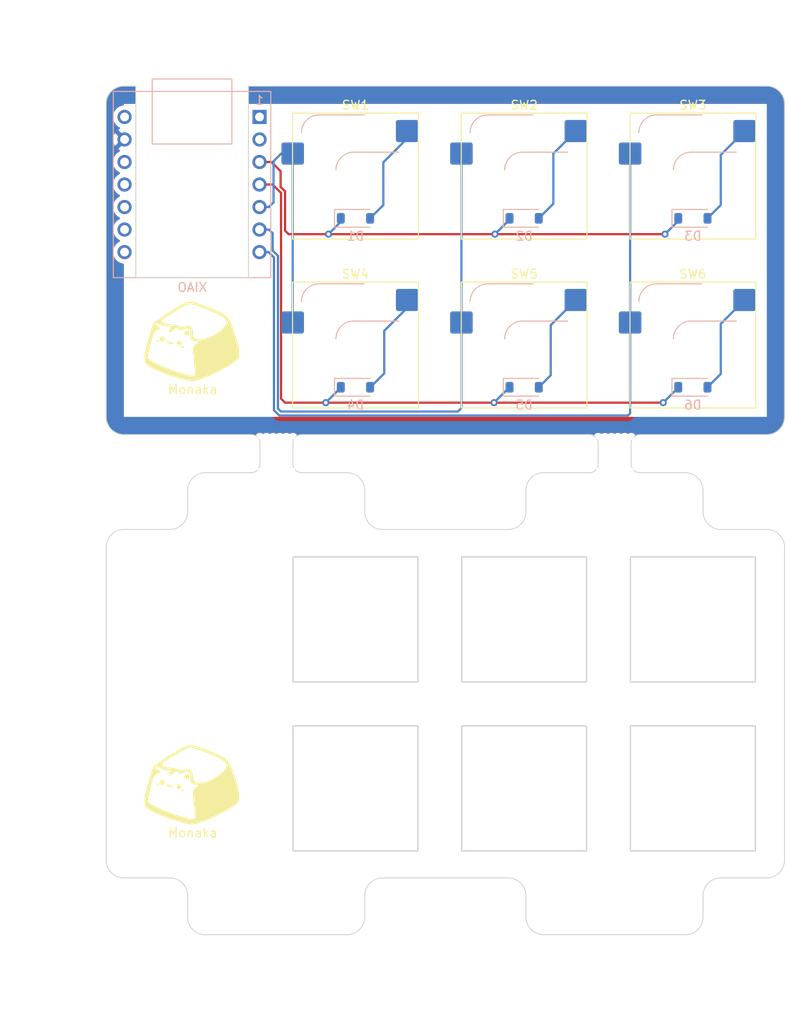
<source format=kicad_pcb>
(kicad_pcb (version 20221018) (generator pcbnew)
  (title_block (title "MonakaPad") (date "2024-01-14") (rev "v1.0") (company "@ymkn"))
  (layers (0 "F.Cu" signal) (31 "B.Cu" signal) (34 "B.Paste" user) (35 "F.Paste" user) (36 "B.SilkS" user "B.Silkscreen") (37 "F.SilkS" user "F.Silkscreen") (38 "B.Mask" user) (39 "F.Mask" user) (44 "Edge.Cuts" user))
  (net 0 "")
  (net 1 "ROW0")
  (net 2 "Net-(D1-A)")
  (net 3 "Net-(D2-A)")
  (net 4 "Net-(D3-A)")
  (net 5 "ROW1")
  (net 6 "Net-(D4-A)")
  (net 7 "Net-(D5-A)")
  (net 8 "Net-(D6-A)")
  (net 9 "COL0")
  (net 10 "COL1")
  (net 11 "COL2")
  (net 17 "GND")
  (footprint "PCM_Switch_Keyboard_Hotswap_Kailh:SW_Hotswap_Kailh_MX_1.00u" (layer "F.Cu") (at 95.25 57.15)
    (fp_text reference "SW3" (at 0 -8) (layer "F.SilkS"))
    (fp_text value "SW_Push")
    (pad "" np_thru_hole circle (at -5.08 0) (size 1.75 1.75) (drill 1.75) (layers "*.Cu" "*.Mask"))
    (pad "" np_thru_hole circle (at -3.81 -2.54) (size 3.05 3.05) (drill 3.05) (layers "*.Cu" "*.Mask"))
    (pad "" np_thru_hole circle (at 0 0) (size 4 4) (drill 4) (layers "*.Cu" "*.Mask"))
    (pad "" np_thru_hole circle (at 2.54 -5.08) (size 3.05 3.05) (drill 3.05) (layers "*.Cu" "*.Mask"))
    (pad "" np_thru_hole circle (at 5.08 0) (size 1.75 1.75) (drill 1.75) (layers "*.Cu" "*.Mask"))
    (pad "1" smd roundrect (at -7.085 -2.54) (size 2.55 2.5) (layers "B.Cu" "B.Paste" "B.Mask") (roundrect_rratio 0.1) (net 11 "COL2"))
    (pad "2" smd roundrect (at 5.842 -5.08) (size 2.55 2.5) (layers "B.Cu" "B.Paste" "B.Mask") (roundrect_rratio 0.1) (net 4 "Net-(D3-A)"))
  )
  (footprint "kbd_Hole:Mouse_Bite_Hole" (layer "F.Cu") (at 48.2 86.6)
    (fp_text reference "Ref**" hide)
    (fp_text value "Val**" hide)
    (pad "" np_thru_hole circle (at -1.85 0) (size 0.5 0.5) (drill 0.5) (layers "F&B.Cu" "*.Mask"))
    (pad "" np_thru_hole circle (at -1.1 0) (size 0.5 0.5) (drill 0.5) (layers "F&B.Cu" "*.Mask"))
    (pad "" np_thru_hole circle (at -0.35 0) (size 0.5 0.5) (drill 0.5) (layers "F&B.Cu" "*.Mask"))
    (pad "" np_thru_hole circle (at 0.4 0) (size 0.5 0.5) (drill 0.5) (layers "F&B.Cu" "*.Mask"))
    (pad "" np_thru_hole circle (at 1.15 0) (size 0.5 0.5) (drill 0.5) (layers "F&B.Cu" "*.Mask"))
    (pad "" np_thru_hole circle (at 1.9 0) (size 0.5 0.5) (drill 0.5) (layers "F&B.Cu" "*.Mask"))
  )
  (footprint "PCM_Switch_Keyboard_Hotswap_Kailh:SW_Hotswap_Kailh_MX_1.00u" (layer "F.Cu") (at 76.2 76.2)
    (fp_text reference "SW5" (at 0 -8) (layer "F.SilkS"))
    (fp_text value "SW_Push")
    (pad "" np_thru_hole circle (at -5.08 0) (size 1.75 1.75) (drill 1.75) (layers "*.Cu" "*.Mask"))
    (pad "" np_thru_hole circle (at -3.81 -2.54) (size 3.05 3.05) (drill 3.05) (layers "*.Cu" "*.Mask"))
    (pad "" np_thru_hole circle (at 0 0) (size 4 4) (drill 4) (layers "*.Cu" "*.Mask"))
    (pad "" np_thru_hole circle (at 2.54 -5.08) (size 3.05 3.05) (drill 3.05) (layers "*.Cu" "*.Mask"))
    (pad "" np_thru_hole circle (at 5.08 0) (size 1.75 1.75) (drill 1.75) (layers "*.Cu" "*.Mask"))
    (pad "1" smd roundrect (at -7.085 -2.54) (size 2.55 2.5) (layers "B.Cu" "B.Paste" "B.Mask") (roundrect_rratio 0.1) (net 10 "COL1"))
    (pad "2" smd roundrect (at 5.842 -5.08) (size 2.55 2.5) (layers "B.Cu" "B.Paste" "B.Mask") (roundrect_rratio 0.1) (net 7 "Net-(D5-A)"))
  )
  (footprint "kbd_SW_Hole:SW_Hole_1u_JLC" (layer "F.Cu") (at 57.15 126.2)
    (fp_text reference "SW4-Hole" hide)
    (fp_text value "SW_Push" hide)
    (fp_line (start -7.05 -7.05) (end 7.05 -7.05) (stroke (width 0.15)) (layer "Edge.Cuts"))
    (fp_line (start -7.05 7.05) (end -7.05 -7.05) (stroke (width 0.15)) (layer "Edge.Cuts"))
    (fp_line (start 7.05 -7.05) (end 7.05 7.05) (stroke (width 0.15)) (layer "Edge.Cuts"))
    (fp_line (start 7.05 7.05) (end -7.05 7.05) (stroke (width 0.15)) (layer "Edge.Cuts"))
  )
  (footprint "kbd_SW_Hole:SW_Hole_1u_JLC" (layer "F.Cu") (at 95.25 107.15)
    (fp_text reference "SW3-Hole" hide)
    (fp_text value "SW_Push" hide)
    (fp_line (start -7.05 -7.05) (end 7.05 -7.05) (stroke (width 0.15)) (layer "Edge.Cuts"))
    (fp_line (start -7.05 7.05) (end -7.05 -7.05) (stroke (width 0.15)) (layer "Edge.Cuts"))
    (fp_line (start 7.05 -7.05) (end 7.05 7.05) (stroke (width 0.15)) (layer "Edge.Cuts"))
    (fp_line (start 7.05 7.05) (end -7.05 7.05) (stroke (width 0.15)) (layer "Edge.Cuts"))
  )
  (footprint "kbd_SW_Hole:SW_Hole_1u_JLC" (layer "F.Cu") (at 95.25 126.2)
    (fp_text reference "SW6-Hole" hide)
    (fp_text value "SW_Push" hide)
    (fp_line (start -7.05 -7.05) (end 7.05 -7.05) (stroke (width 0.15)) (layer "Edge.Cuts"))
    (fp_line (start -7.05 7.05) (end -7.05 -7.05) (stroke (width 0.15)) (layer "Edge.Cuts"))
    (fp_line (start 7.05 -7.05) (end 7.05 7.05) (stroke (width 0.15)) (layer "Edge.Cuts"))
    (fp_line (start 7.05 7.05) (end -7.05 7.05) (stroke (width 0.15)) (layer "Edge.Cuts"))
  )
  (footprint "PCM_Switch_Keyboard_Hotswap_Kailh:SW_Hotswap_Kailh_MX_1.00u" (layer "F.Cu") (at 57.15 57.15)
    (fp_text reference "SW1" (at 0 -8) (layer "F.SilkS"))
    (fp_text value "SW_Push")
    (pad "" np_thru_hole circle (at -5.08 0) (size 1.75 1.75) (drill 1.75) (layers "*.Cu" "*.Mask"))
    (pad "" np_thru_hole circle (at -3.81 -2.54) (size 3.05 3.05) (drill 3.05) (layers "*.Cu" "*.Mask"))
    (pad "" np_thru_hole circle (at 0 0) (size 4 4) (drill 4) (layers "*.Cu" "*.Mask"))
    (pad "" np_thru_hole circle (at 2.54 -5.08) (size 3.05 3.05) (drill 3.05) (layers "*.Cu" "*.Mask"))
    (pad "" np_thru_hole circle (at 5.08 0) (size 1.75 1.75) (drill 1.75) (layers "*.Cu" "*.Mask"))
    (pad "1" smd roundrect (at -7.085 -2.54) (size 2.55 2.5) (layers "B.Cu" "B.Paste" "B.Mask") (roundrect_rratio 0.1) (net 9 "COL0"))
    (pad "2" smd roundrect (at 5.842 -5.08) (size 2.55 2.5) (layers "B.Cu" "B.Paste" "B.Mask") (roundrect_rratio 0.1) (net 2 "Net-(D1-A)"))
  )
  (footprint "kbd_SW_Hole:SW_Hole_1u_JLC" (layer "F.Cu") (at 76.2 126.2)
    (fp_text reference "SW5-Hole" hide)
    (fp_text value "SW_Push" hide)
    (fp_line (start -7.05 -7.05) (end 7.05 -7.05) (stroke (width 0.15)) (layer "Edge.Cuts"))
    (fp_line (start -7.05 7.05) (end -7.05 -7.05) (stroke (width 0.15)) (layer "Edge.Cuts"))
    (fp_line (start 7.05 -7.05) (end 7.05 7.05) (stroke (width 0.15)) (layer "Edge.Cuts"))
    (fp_line (start 7.05 7.05) (end -7.05 7.05) (stroke (width 0.15)) (layer "Edge.Cuts"))
  )
  (footprint "PCM_Switch_Keyboard_Hotswap_Kailh:SW_Hotswap_Kailh_MX_1.00u" (layer "F.Cu") (at 57.15 76.2)
    (fp_text reference "SW4" (at 0 -8) (layer "F.SilkS"))
    (fp_text value "SW_Push")
    (pad "" np_thru_hole circle (at -5.08 0) (size 1.75 1.75) (drill 1.75) (layers "*.Cu" "*.Mask"))
    (pad "" np_thru_hole circle (at -3.81 -2.54) (size 3.05 3.05) (drill 3.05) (layers "*.Cu" "*.Mask"))
    (pad "" np_thru_hole circle (at 0 0) (size 4 4) (drill 4) (layers "*.Cu" "*.Mask"))
    (pad "" np_thru_hole circle (at 2.54 -5.08) (size 3.05 3.05) (drill 3.05) (layers "*.Cu" "*.Mask"))
    (pad "" np_thru_hole circle (at 5.08 0) (size 1.75 1.75) (drill 1.75) (layers "*.Cu" "*.Mask"))
    (pad "1" smd roundrect (at -7.085 -2.54) (size 2.55 2.5) (layers "B.Cu" "B.Paste" "B.Mask") (roundrect_rratio 0.1) (net 9 "COL0"))
    (pad "2" smd roundrect (at 5.842 -5.08) (size 2.55 2.5) (layers "B.Cu" "B.Paste" "B.Mask") (roundrect_rratio 0.1) (net 6 "Net-(D4-A)"))
  )
  (footprint "logo:ymkn_icononly" (layer "F.Cu") (at 38.5 75.7)
    (fp_text reference "G***" hide)
    (fp_text value "LOGO" hide)
  )
  (footprint "MountingHole:MountingHole_3mm" (layer "F.Cu") (at 86.4 139.2)
    (fp_text reference "REF**" hide)
    (fp_text value "MountingHole_3mm")
    (pad "" np_thru_hole circle (at 0 0) (size 3 3) (drill 3) (layers "F&B.Cu" "*.Mask"))
  )
  (footprint "MountingHole:MountingHole_3mm" (layer "F.Cu") (at 48.2 139.2)
    (fp_text reference "REF**" hide)
    (fp_text value "MountingHole_3mm")
    (pad "" np_thru_hole circle (at 0 0) (size 3 3) (drill 3) (layers "F&B.Cu" "*.Mask"))
  )
  (footprint "kbd_Hole:Mouse_Bite_Hole" (layer "F.Cu") (at 86.4 90.3)
    (fp_text reference "Ref**" hide)
    (fp_text value "Val**" hide)
    (pad "" np_thru_hole circle (at -1.85 0) (size 0.5 0.5) (drill 0.5) (layers "F&B.Cu" "*.Mask"))
    (pad "" np_thru_hole circle (at -1.1 0) (size 0.5 0.5) (drill 0.5) (layers "F&B.Cu" "*.Mask"))
    (pad "" np_thru_hole circle (at -0.35 0) (size 0.5 0.5) (drill 0.5) (layers "F&B.Cu" "*.Mask"))
    (pad "" np_thru_hole circle (at 0.4 0) (size 0.5 0.5) (drill 0.5) (layers "F&B.Cu" "*.Mask"))
    (pad "" np_thru_hole circle (at 1.15 0) (size 0.5 0.5) (drill 0.5) (layers "F&B.Cu" "*.Mask"))
    (pad "" np_thru_hole circle (at 1.9 0) (size 0.5 0.5) (drill 0.5) (layers "F&B.Cu" "*.Mask"))
  )
  (footprint "kbd_Hole:Mouse_Bite_Hole" (layer "F.Cu") (at 86.4 86.6)
    (fp_text reference "Ref**" hide)
    (fp_text value "Val**" hide)
    (pad "" np_thru_hole circle (at -1.85 0) (size 0.5 0.5) (drill 0.5) (layers "F&B.Cu" "*.Mask"))
    (pad "" np_thru_hole circle (at -1.1 0) (size 0.5 0.5) (drill 0.5) (layers "F&B.Cu" "*.Mask"))
    (pad "" np_thru_hole circle (at -0.35 0) (size 0.5 0.5) (drill 0.5) (layers "F&B.Cu" "*.Mask"))
    (pad "" np_thru_hole circle (at 0.4 0) (size 0.5 0.5) (drill 0.5) (layers "F&B.Cu" "*.Mask"))
    (pad "" np_thru_hole circle (at 1.15 0) (size 0.5 0.5) (drill 0.5) (layers "F&B.Cu" "*.Mask"))
    (pad "" np_thru_hole circle (at 1.9 0) (size 0.5 0.5) (drill 0.5) (layers "F&B.Cu" "*.Mask"))
  )
  (footprint "MountingHole:MountingHole_3mm" (layer "F.Cu") (at 86.4 94.1)
    (fp_text reference "REF**" hide)
    (fp_text value "MountingHole_3mm")
    (pad "" np_thru_hole circle (at 0 0) (size 3 3) (drill 3) (layers "F&B.Cu" "*.Mask"))
  )
  (footprint "kbd_SW_Hole:SW_Hole_1u_JLC" (layer "F.Cu") (at 76.2 107.15)
    (fp_text reference "SW2-Hole" hide)
    (fp_text value "SW_Push" hide)
    (fp_line (start -7.05 -7.05) (end 7.05 -7.05) (stroke (width 0.15)) (layer "Edge.Cuts"))
    (fp_line (start -7.05 7.05) (end -7.05 -7.05) (stroke (width 0.15)) (layer "Edge.Cuts"))
    (fp_line (start 7.05 -7.05) (end 7.05 7.05) (stroke (width 0.15)) (layer "Edge.Cuts"))
    (fp_line (start 7.05 7.05) (end -7.05 7.05) (stroke (width 0.15)) (layer "Edge.Cuts"))
  )
  (footprint "PCM_Switch_Keyboard_Hotswap_Kailh:SW_Hotswap_Kailh_MX_1.00u" (layer "F.Cu") (at 76.2 57.15)
    (fp_text reference "SW2" (at 0 -8) (layer "F.SilkS"))
    (fp_text value "SW_Push")
    (pad "" np_thru_hole circle (at -5.08 0) (size 1.75 1.75) (drill 1.75) (layers "*.Cu" "*.Mask"))
    (pad "" np_thru_hole circle (at -3.81 -2.54) (size 3.05 3.05) (drill 3.05) (layers "*.Cu" "*.Mask"))
    (pad "" np_thru_hole circle (at 0 0) (size 4 4) (drill 4) (layers "*.Cu" "*.Mask"))
    (pad "" np_thru_hole circle (at 2.54 -5.08) (size 3.05 3.05) (drill 3.05) (layers "*.Cu" "*.Mask"))
    (pad "" np_thru_hole circle (at 5.08 0) (size 1.75 1.75) (drill 1.75) (layers "*.Cu" "*.Mask"))
    (pad "1" smd roundrect (at -7.085 -2.54) (size 2.55 2.5) (layers "B.Cu" "B.Paste" "B.Mask") (roundrect_rratio 0.1) (net 10 "COL1"))
    (pad "2" smd roundrect (at 5.842 -5.08) (size 2.55 2.5) (layers "B.Cu" "B.Paste" "B.Mask") (roundrect_rratio 0.1) (net 3 "Net-(D2-A)"))
  )
  (footprint "MountingHole:MountingHole_3mm" (layer "F.Cu") (at 48.2 94.1)
    (fp_text reference "REF**" hide)
    (fp_text value "MountingHole_3mm")
    (pad "" np_thru_hole circle (at 0 0) (size 3 3) (drill 3) (layers "*.Cu" "*.Mask"))
  )
  (footprint "logo:ymkn_icononly" (layer "F.Cu") (at 38.5 125.7)
    (fp_text reference "G***" hide)
    (fp_text value "LOGO" hide)
  )
  (footprint "PCM_Switch_Keyboard_Hotswap_Kailh:SW_Hotswap_Kailh_MX_1.00u" (layer "F.Cu") (at 95.25 76.2)
    (fp_text reference "SW6" (at 0 -8) (layer "F.SilkS"))
    (fp_text value "SW_Push")
    (pad "" np_thru_hole circle (at -5.08 0) (size 1.75 1.75) (drill 1.75) (layers "*.Cu" "*.Mask"))
    (pad "" np_thru_hole circle (at -3.81 -2.54) (size 3.05 3.05) (drill 3.05) (layers "*.Cu" "*.Mask"))
    (pad "" np_thru_hole circle (at 0 0) (size 4 4) (drill 4) (layers "*.Cu" "*.Mask"))
    (pad "" np_thru_hole circle (at 2.54 -5.08) (size 3.05 3.05) (drill 3.05) (layers "*.Cu" "*.Mask"))
    (pad "" np_thru_hole circle (at 5.08 0) (size 1.75 1.75) (drill 1.75) (layers "*.Cu" "*.Mask"))
    (pad "1" smd roundrect (at -7.085 -2.54) (size 2.55 2.5) (layers "B.Cu" "B.Paste" "B.Mask") (roundrect_rratio 0.1) (net 11 "COL2"))
    (pad "2" smd roundrect (at 5.842 -5.08) (size 2.55 2.5) (layers "B.Cu" "B.Paste" "B.Mask") (roundrect_rratio 0.1) (net 8 "Net-(D6-A)"))
  )
  (footprint "kbd_SW_Hole:SW_Hole_1u_JLC" (layer "F.Cu") (at 57.15 107.15)
    (fp_text reference "SW1-Hole" hide)
    (fp_text value "SW_Push" hide)
    (fp_line (start -7.05 -7.05) (end 7.05 -7.05) (stroke (width 0.15)) (layer "Edge.Cuts"))
    (fp_line (start -7.05 7.05) (end -7.05 -7.05) (stroke (width 0.15)) (layer "Edge.Cuts"))
    (fp_line (start 7.05 -7.05) (end 7.05 7.05) (stroke (width 0.15)) (layer "Edge.Cuts"))
    (fp_line (start 7.05 7.05) (end -7.05 7.05) (stroke (width 0.15)) (layer "Edge.Cuts"))
  )
  (footprint "kbd_Hole:Mouse_Bite_Hole" (layer "F.Cu") (at 48.2 90.3)
    (fp_text reference "Ref**" hide)
    (fp_text value "Val**" hide)
    (pad "" np_thru_hole circle (at -1.85 0) (size 0.5 0.5) (drill 0.5) (layers "*.Cu" "*.Mask"))
    (pad "" np_thru_hole circle (at -1.1 0) (size 0.5 0.5) (drill 0.5) (layers "*.Cu" "*.Mask"))
    (pad "" np_thru_hole circle (at -0.35 0) (size 0.5 0.5) (drill 0.5) (layers "*.Cu" "*.Mask"))
    (pad "" np_thru_hole circle (at 0.4 0) (size 0.5 0.5) (drill 0.5) (layers "*.Cu" "*.Mask"))
    (pad "" np_thru_hole circle (at 1.15 0) (size 0.5 0.5) (drill 0.5) (layers "*.Cu" "*.Mask"))
    (pad "" np_thru_hole circle (at 1.9 0) (size 0.5 0.5) (drill 0.5) (layers "*.Cu" "*.Mask"))
  )
  (footprint "Diode_SMD:D_SOD-123" (layer "B.Cu") (at 57.15 80.9625)
    (fp_text reference "D4" (at 0 2) (layer "B.SilkS") (effects (justify mirror)))
    (fp_text value "1N4148W")
    (pad "1" smd roundrect (at -1.65 0) (size 0.9 1.2) (layers "B.Cu" "B.Paste" "B.Mask") (net 5 "ROW1"))
    (pad "2" smd roundrect (at 1.65 0) (size 0.9 1.2) (layers "B.Cu" "B.Paste" "B.Mask") (net 6 "Net-(D4-A)"))
  )
  (footprint "XIAO_PCB:MOUDLE14P-2.54-21X17.8MM" (layer "B.Cu") (at 38.7 58.1 90)
    (fp_text reference "XIAO" (at -11.59 0.03 unlocked) (layer "B.SilkS") (effects (justify mirror)))
    (fp_text value "MOUDLE-SEEEDUINO-XIAO")
    (pad "1" thru_hole rect (at 7.62 7.62 90) (size 1.6 1.6) (drill 1) (layers "*.Cu" "*.Mask"))
    (pad "2" thru_hole circle (at 5.08 7.62 90) (size 1.6 1.6) (drill 1) (layers "*.Cu" "*.Mask"))
    (pad "3" thru_hole circle (at 2.54 7.62 90) (size 1.6 1.6) (drill 1) (layers "*.Cu" "*.Mask") (net 1 "ROW0"))
    (pad "4" thru_hole circle (at 0 7.62 90) (size 1.6 1.6) (drill 1) (layers "*.Cu" "*.Mask") (net 5 "ROW1"))
    (pad "5" thru_hole circle (at -2.54 7.62 90) (size 1.6 1.6) (drill 1) (layers "*.Cu" "*.Mask") (net 9 "COL0"))
    (pad "6" thru_hole circle (at -5.08 7.62 90) (size 1.6 1.6) (drill 1) (layers "*.Cu" "*.Mask") (net 10 "COL1"))
    (pad "7" thru_hole circle (at -7.62 7.62 90) (size 1.6 1.6) (drill 1) (layers "*.Cu" "*.Mask") (net 11 "COL2"))
    (pad "8" thru_hole circle (at -7.62 -7.62 90) (size 1.6 1.6) (drill 1) (layers "*.Cu" "*.Mask"))
    (pad "9" thru_hole circle (at -5.08 -7.62 90) (size 1.6 1.6) (drill 1) (layers "*.Cu" "*.Mask"))
    (pad "10" thru_hole circle (at -2.54 -7.62 90) (size 1.6 1.6) (drill 1) (layers "*.Cu" "*.Mask"))
    (pad "11" thru_hole circle (at 0 -7.62 90) (size 1.6 1.6) (drill 1) (layers "*.Cu" "*.Mask"))
    (pad "12" thru_hole circle (at 2.54 -7.62 90) (size 1.6 1.6) (drill 1) (layers "*.Cu" "*.Mask"))
    (pad "13" thru_hole circle (at 5.08 -7.62 90) (size 1.6 1.6) (drill 1) (layers "*.Cu" "*.Mask") (net 17 "GND"))
    (pad "14" thru_hole circle (at 7.62 -7.62 90) (size 1.6 1.6) (drill 1) (layers "*.Cu" "*.Mask"))
  )
  (footprint "Diode_SMD:D_SOD-123" (layer "B.Cu") (at 95.25 61.9125)
    (fp_text reference "D3" (at 0 2) (layer "B.SilkS") (effects (justify mirror)))
    (fp_text value "1N4148W")
    (pad "1" smd roundrect (at -1.65 0) (size 0.9 1.2) (layers "B.Cu" "B.Paste" "B.Mask") (net 1 "ROW0"))
    (pad "2" smd roundrect (at 1.65 0) (size 0.9 1.2) (layers "B.Cu" "B.Paste" "B.Mask") (net 4 "Net-(D3-A)"))
  )
  (footprint "Diode_SMD:D_SOD-123" (layer "B.Cu") (at 76.2 61.9125)
    (fp_text reference "D2" (at 0 2) (layer "B.SilkS") (effects (justify mirror)))
    (fp_text value "1N4148W")
    (pad "1" smd roundrect (at -1.65 0) (size 0.9 1.2) (layers "B.Cu" "B.Paste" "B.Mask") (net 1 "ROW0"))
    (pad "2" smd roundrect (at 1.65 0) (size 0.9 1.2) (layers "B.Cu" "B.Paste" "B.Mask") (net 3 "Net-(D2-A)"))
  )
  (footprint "Diode_SMD:D_SOD-123" (layer "B.Cu") (at 95.25 80.9625)
    (fp_text reference "D6" (at 0 2) (layer "B.SilkS") (effects (justify mirror)))
    (fp_text value "1N4148W")
    (pad "1" smd roundrect (at -1.65 0) (size 0.9 1.2) (layers "B.Cu" "B.Paste" "B.Mask") (net 5 "ROW1"))
    (pad "2" smd roundrect (at 1.65 0) (size 0.9 1.2) (layers "B.Cu" "B.Paste" "B.Mask") (net 8 "Net-(D6-A)"))
  )
  (footprint "Diode_SMD:D_SOD-123" (layer "B.Cu") (at 57.15 61.9125)
    (fp_text reference "D1" (at 0 2) (layer "B.SilkS") (effects (justify mirror)))
    (fp_text value "1N4148W")
    (pad "1" smd roundrect (at -1.65 0) (size 0.9 1.2) (layers "B.Cu" "B.Paste" "B.Mask") (net 1 "ROW0"))
    (pad "2" smd roundrect (at 1.65 0) (size 0.9 1.2) (layers "B.Cu" "B.Paste" "B.Mask") (net 2 "Net-(D1-A)"))
  )
  (footprint "Diode_SMD:D_SOD-123" (layer "B.Cu") (at 76.2 80.9625)
    (fp_text reference "D5" (at 0 2) (layer "B.SilkS") (effects (justify mirror)))
    (fp_text value "1N4148W")
    (pad "1" smd roundrect (at -1.65 0) (size 0.9 1.2) (layers "B.Cu" "B.Paste" "B.Mask") (net 5 "ROW1"))
    (pad "2" smd roundrect (at 1.65 0) (size 0.9 1.2) (layers "B.Cu" "B.Paste" "B.Mask") (net 7 "Net-(D5-A)"))
  )
  (gr_arc (start 96.4 140.7) (mid 95.814214 142.114214) (end 94.4 142.7) (stroke (width 0.1)) (layer "Edge.Cuts"))
  (gr_line (start 51.09 90.6) (end 56.2 90.6) (stroke (width 0.1)) (layer "Edge.Cuts"))
  (gr_line (start 29 134.3) (end 29 99) (stroke (width 0.1)) (layer "Edge.Cuts"))
  (gr_arc (start 46.37 89.6) (mid 46.077107 90.307106) (end 45.37 90.6) (stroke (width 0.1)) (layer "Edge.Cuts"))
  (gr_arc (start 50.09 87.3) (mid 50.382893 86.592893) (end 51.09 86.3) (stroke (width 0.1)) (layer "Edge.Cuts"))
  (gr_line (start 105.6 99) (end 105.6 134.3) (stroke (width 0.1)) (layer "Edge.Cuts"))
  (gr_line (start 76.4 92.6) (end 76.4 95) (stroke (width 0.1)) (layer "Edge.Cuts"))
  (gr_line (start 38.2 92.6) (end 38.2 95) (stroke (width 0.1)) (layer "Edge.Cuts"))
  (gr_line (start 83.56 90.6) (end 78.4 90.6) (stroke (width 0.1)) (layer "Edge.Cuts"))
  (gr_line (start 76.4 140.7) (end 76.4 138.3) (stroke (width 0.1)) (layer "Edge.Cuts"))
  (gr_arc (start 56.2 90.6) (mid 57.614214 91.185786) (end 58.2 92.6) (stroke (width 0.1)) (layer "Edge.Cuts"))
  (gr_line (start 58.2 140.7) (end 58.2 138.3) (stroke (width 0.1)) (layer "Edge.Cuts"))
  (gr_arc (start 31 86.3) (mid 29.585786 85.714214) (end 29 84.3) (stroke (width 0.1)) (layer "Edge.Cuts"))
  (gr_arc (start 103.6 97) (mid 105.014214 97.585786) (end 105.6 99) (stroke (width 0.1)) (layer "Edge.Cuts"))
  (gr_line (start 103.6 136.3) (end 98.4 136.3) (stroke (width 0.1)) (layer "Edge.Cuts"))
  (gr_line (start 88.28 89.6) (end 88.28 87.3) (stroke (width 0.1)) (layer "Edge.Cuts"))
  (gr_line (start 40.2 90.6) (end 45.37 90.6) (stroke (width 0.1)) (layer "Edge.Cuts"))
  (gr_arc (start 105.6 84.3) (mid 105.014214 85.714214) (end 103.6 86.3) (stroke (width 0.1)) (layer "Edge.Cuts"))
  (gr_arc (start 105.6 134.3) (mid 105.014214 135.714214) (end 103.6 136.3) (stroke (width 0.1)) (layer "Edge.Cuts"))
  (gr_line (start 84.56 89.6) (end 84.56 87.3) (stroke (width 0.1)) (layer "Edge.Cuts"))
  (gr_line (start 31 47) (end 32.35 47) (stroke (width 0.1)) (layer "Edge.Cuts"))
  (gr_arc (start 36.2 136.3) (mid 37.614214 136.885786) (end 38.2 138.3) (stroke (width 0.1)) (layer "Edge.Cuts"))
  (gr_arc (start 29 99) (mid 29.585786 97.585786) (end 31 97) (stroke (width 0.1)) (layer "Edge.Cuts"))
  (gr_arc (start 40.2 142.7) (mid 38.785786 142.114214) (end 38.2 140.7) (stroke (width 0.1)) (layer "Edge.Cuts"))
  (gr_arc (start 103.6 47) (mid 105.014214 47.585786) (end 105.6 49) (stroke (width 0.1)) (layer "Edge.Cuts"))
  (gr_arc (start 38.2 92.6) (mid 38.785786 91.185786) (end 40.2 90.6) (stroke (width 0.1)) (layer "Edge.Cuts"))
  (gr_arc (start 38.2 95) (mid 37.614214 96.414214) (end 36.2 97) (stroke (width 0.1)) (layer "Edge.Cuts"))
  (gr_line (start 60.2 136.3) (end 74.4 136.3) (stroke (width 0.1)) (layer "Edge.Cuts"))
  (gr_line (start 31 136.3) (end 36.2 136.3) (stroke (width 0.1)) (layer "Edge.Cuts"))
  (gr_line (start 74.4 97) (end 60.2 97) (stroke (width 0.1)) (layer "Edge.Cuts"))
  (gr_line (start 45.07 68.59) (end 32.35 68.59) (stroke (width 0.1)) (layer "Edge.Cuts"))
  (gr_line (start 58.2 92.6) (end 58.2 95) (stroke (width 0.1)) (layer "Edge.Cuts"))
  (gr_arc (start 88.28 87.3) (mid 88.572893 86.592893) (end 89.28 86.3) (stroke (width 0.1)) (layer "Edge.Cuts"))
  (gr_arc (start 98.4 97) (mid 96.985786 96.414214) (end 96.4 95) (stroke (width 0.1)) (layer "Edge.Cuts"))
  (gr_arc (start 84.56 89.6) (mid 84.267107 90.307106) (end 83.56 90.6) (stroke (width 0.1)) (layer "Edge.Cuts"))
  (gr_arc (start 74.4 136.3) (mid 75.814214 136.885786) (end 76.4 138.3) (stroke (width 0.1)) (layer "Edge.Cuts"))
  (gr_line (start 94.4 142.7) (end 78.4 142.7) (stroke (width 0.1)) (layer "Edge.Cuts"))
  (gr_line (start 45.07 47) (end 45.07 68.59) (stroke (width 0.1)) (layer "Edge.Cuts"))
  (gr_line (start 40.2 142.7) (end 56.2 142.7) (stroke (width 0.1)) (layer "Edge.Cuts"))
  (gr_line (start 36.2 97) (end 31 97) (stroke (width 0.1)) (layer "Edge.Cuts"))
  (gr_arc (start 51.09 90.6) (mid 50.382894 90.307107) (end 50.09 89.6) (stroke (width 0.1)) (layer "Edge.Cuts"))
  (gr_line (start 45.07 47) (end 103.6 47) (stroke (width 0.1)) (layer "Edge.Cuts"))
  (gr_line (start 96.4 138.3) (end 96.4 140.7) (stroke (width 0.1)) (layer "Edge.Cuts"))
  (gr_line (start 32.35 47) (end 32.35 68.59) (stroke (width 0.1)) (layer "Edge.Cuts"))
  (gr_line (start 38.2 138.3) (end 38.2 140.7) (stroke (width 0.1)) (layer "Edge.Cuts"))
  (gr_line (start 105.6 49) (end 105.6 84.3) (stroke (width 0.1)) (layer "Edge.Cuts"))
  (gr_arc (start 83.56 86.3) (mid 84.267107 86.592893) (end 84.56 87.3) (stroke (width 0.1)) (layer "Edge.Cuts"))
  (gr_arc (start 45.37 86.3) (mid 46.077107 86.592893) (end 46.37 87.3) (stroke (width 0.1)) (layer "Edge.Cuts"))
  (gr_arc (start 58.2 140.7) (mid 57.614214 142.114214) (end 56.2 142.7) (stroke (width 0.1)) (layer "Edge.Cuts"))
  (gr_line (start 46.37 89.6) (end 46.37 87.3) (stroke (width 0.1)) (layer "Edge.Cuts"))
  (gr_arc (start 89.28 90.6) (mid 88.572894 90.307107) (end 88.28 89.6) (stroke (width 0.1)) (layer "Edge.Cuts"))
  (gr_line (start 94.4 90.6) (end 89.28 90.6) (stroke (width 0.1)) (layer "Edge.Cuts"))
  (gr_arc (start 58.2 138.3) (mid 58.785786 136.885786) (end 60.2 136.3) (stroke (width 0.1)) (layer "Edge.Cuts"))
  (gr_line (start 29 84.3) (end 29 49) (stroke (width 0.1)) (layer "Edge.Cuts"))
  (gr_arc (start 96.4 138.3) (mid 96.985786 136.885786) (end 98.4 136.3) (stroke (width 0.1)) (layer "Edge.Cuts"))
  (gr_line (start 96.4 95) (end 96.4 92.6) (stroke (width 0.1)) (layer "Edge.Cuts"))
  (gr_line (start 45.37 86.3) (end 31 86.3) (stroke (width 0.1)) (layer "Edge.Cuts"))
  (gr_line (start 103.6 97) (end 98.4 97) (stroke (width 0.1)) (layer "Edge.Cuts"))
  (gr_line (start 50.09 89.6) (end 50.09 87.3) (stroke (width 0.1)) (layer "Edge.Cuts"))
  (gr_arc (start 94.4 90.6) (mid 95.814214 91.185786) (end 96.4 92.6) (stroke (width 0.1)) (layer "Edge.Cuts"))
  (gr_line (start 83.56 86.3) (end 51.09 86.3) (stroke (width 0.1)) (layer "Edge.Cuts"))
  (gr_arc (start 60.2 97) (mid 58.785786 96.414214) (end 58.2 95) (stroke (width 0.1)) (layer "Edge.Cuts"))
  (gr_arc (start 76.4 92.6) (mid 76.985786 91.185786) (end 78.4 90.6) (stroke (width 0.1)) (layer "Edge.Cuts"))
  (gr_arc (start 76.4 95) (mid 75.814214 96.414214) (end 74.4 97) (stroke (width 0.1)) (layer "Edge.Cuts"))
  (gr_arc (start 29 49) (mid 29.585786 47.585786) (end 31 47) (stroke (width 0.1)) (layer "Edge.Cuts"))
  (gr_arc (start 31 136.3) (mid 29.585786 135.714214) (end 29 134.3) (stroke (width 0.1)) (layer "Edge.Cuts"))
  (gr_arc (start 78.4 142.7) (mid 76.985786 142.114214) (end 76.4 140.7) (stroke (width 0.1)) (layer "Edge.Cuts"))
  (gr_line (start 103.6 86.3) (end 89.28 86.3) (stroke (width 0.1)) (layer "Edge.Cuts"))
  (gr_text "1" (at 46.88 49.18) (layer "B.SilkS") (effects (font (size 1 1)) (justify left bottom mirror)))
  (gr_text "Monaka" (at 35.9 81.8) (layer "F.SilkS") (effects (font (size 1 1)) (justify left bottom)))
  (gr_text "Monaka" (at 35.9 131.8) (layer "F.SilkS") (effects (font (size 1 1)) (justify left bottom)))
  (segment (start 48.7 58.363604) (end 48.7 56.6) (width 0.25) (layer "F.Cu") (net 1))
  (segment (start 49.2 58.863604) (end 48.7 58.363604) (width 0.25) (layer "F.Cu") (net 1))
  (segment (start 47.66 55.56) (end 46.32 55.56) (width 0.25) (layer "F.Cu") (net 1))
  (segment (start 48.7 56.6) (end 47.66 55.56) (width 0.25) (layer "F.Cu") (net 1))
  (segment (start 54.1 63.7) (end 72.9 63.7) (width 0.25) (layer "F.Cu") (net 1))
  (segment (start 49.6 63.7) (end 49.2 63.3) (width 0.25) (layer "F.Cu") (net 1))
  (segment (start 54.1 63.7) (end 49.6 63.7) (width 0.25) (layer "F.Cu") (net 1))
  (segment (start 72.9 63.7) (end 92.1 63.7) (width 0.25) (layer "F.Cu") (net 1))
  (segment (start 49.2 63.3) (end 49.2 58.863604) (width 0.25) (layer "F.Cu") (net 1))
  (via (at 72.9 63.7) (size 0.8) (drill 0.4) (layers "F.Cu" "B.Cu") (net 1))
  (via (at 92.1 63.7) (size 0.8) (drill 0.4) (layers "F.Cu" "B.Cu") (net 1))
  (via (at 54.1 63.7) (size 0.8) (drill 0.4) (layers "F.Cu" "B.Cu") (net 1))
  (segment (start 74.55 61.9125) (end 74.55 62.05) (width 0.25) (layer "B.Cu") (net 1))
  (segment (start 74.55 62.05) (end 72.9 63.7) (width 0.25) (layer "B.Cu") (net 1))
  (segment (start 92.1 63.7) (end 93.6 62.2) (width 0.25) (layer "B.Cu") (net 1))
  (segment (start 93.6 62.2) (end 93.6 61.9125) (width 0.25) (layer "B.Cu") (net 1))
  (segment (start 55.5 61.9125) (end 55.5 62.3) (width 0.25) (layer "B.Cu") (net 1))
  (segment (start 55.5 62.3) (end 54.1 63.7) (width 0.25) (layer "B.Cu") (net 1))
  (segment (start 62.992 52.07) (end 62.992 52.908) (width 0.25) (layer "B.Cu") (net 2))
  (segment (start 60.3 55.6) (end 60.3 60.4125) (width 0.25) (layer "B.Cu") (net 2))
  (segment (start 62.992 52.908) (end 60.3 55.6) (width 0.25) (layer "B.Cu") (net 2))
  (segment (start 60.3 60.4125) (end 58.8 61.9125) (width 0.25) (layer "B.Cu") (net 2))
  (segment (start 79.5 54.612) (end 79.5 60.2625) (width 0.25) (layer "B.Cu") (net 3))
  (segment (start 79.5 60.2625) (end 77.85 61.9125) (width 0.25) (layer "B.Cu") (net 3))
  (segment (start 82.042 52.07) (end 79.5 54.612) (width 0.25) (layer "B.Cu") (net 3))
  (segment (start 98.4 60.4125) (end 96.9 61.9125) (width 0.25) (layer "B.Cu") (net 4))
  (segment (start 98.4 54.762) (end 98.4 60.4125) (width 0.25) (layer "B.Cu") (net 4))
  (segment (start 101.092 52.07) (end 98.4 54.762) (width 0.25) (layer "B.Cu") (net 4))
  (segment (start 53.8 82.7) (end 49.2 82.7) (width 0.25) (layer "F.Cu") (net 5))
  (segment (start 48.75 59.05) (end 47.8 58.1) (width 0.25) (layer "F.Cu") (net 5))
  (segment (start 49.2 82.7) (end 48.75 82.25) (width 0.25) (layer "F.Cu") (net 5))
  (segment (start 72.8 82.7) (end 91.9 82.7) (width 0.25) (layer "F.Cu") (net 5))
  (segment (start 53.8 82.7) (end 72.8 82.7) (width 0.25) (layer "F.Cu") (net 5))
  (segment (start 48.75 82.25) (end 48.75 59.05) (width 0.25) (layer "F.Cu") (net 5))
  (segment (start 47.8 58.1) (end 46.32 58.1) (width 0.25) (layer "F.Cu") (net 5))
  (via (at 91.9 82.7) (size 0.8) (drill 0.4) (layers "F.Cu" "B.Cu") (net 5))
  (via (at 72.8 82.7) (size 0.8) (drill 0.4) (layers "F.Cu" "B.Cu") (net 5))
  (via (at 53.8 82.7) (size 0.8) (drill 0.4) (layers "F.Cu" "B.Cu") (net 5))
  (segment (start 74.55 80.9625) (end 74.5375 80.9625) (width 0.25) (layer "B.Cu") (net 5))
  (segment (start 93.6 80.9625) (end 93.6 81) (width 0.25) (layer "B.Cu") (net 5))
  (segment (start 55.5 81) (end 53.8 82.7) (width 0.25) (layer "B.Cu") (net 5))
  (segment (start 74.5375 80.9625) (end 72.8 82.7) (width 0.25) (layer "B.Cu") (net 5))
  (segment (start 93.6 81) (end 91.9 82.7) (width 0.25) (layer "B.Cu") (net 5))
  (segment (start 55.5 80.9625) (end 55.5 81) (width 0.25) (layer "B.Cu") (net 5))
  (segment (start 62.992 72.008) (end 60.4 74.6) (width 0.25) (layer "B.Cu") (net 6))
  (segment (start 60.4 79.4) (end 58.8375 80.9625) (width 0.25) (layer "B.Cu") (net 6))
  (segment (start 60.4 74.6) (end 60.4 79.4) (width 0.25) (layer "B.Cu") (net 6))
  (segment (start 58.8375 80.9625) (end 58.8 80.9625) (width 0.25) (layer "B.Cu") (net 6))
  (segment (start 62.992 71.12) (end 62.992 72.008) (width 0.25) (layer "B.Cu") (net 6))
  (segment (start 82.042 71.12) (end 79.2 73.962) (width 0.25) (layer "B.Cu") (net 7))
  (segment (start 79.2 73.962) (end 79.2 79.6125) (width 0.25) (layer "B.Cu") (net 7))
  (segment (start 79.2 79.6125) (end 77.85 80.9625) (width 0.25) (layer "B.Cu") (net 7))
  (segment (start 101.092 71.12) (end 98.4 73.812) (width 0.25) (layer "B.Cu") (net 8))
  (segment (start 98.4 79.4625) (end 96.9 80.9625) (width 0.25) (layer "B.Cu") (net 8))
  (segment (start 98.4 73.812) (end 98.4 79.4625) (width 0.25) (layer "B.Cu") (net 8))
  (segment (start 48.77 54.61) (end 50.065 54.61) (width 0.25) (layer "B.Cu") (net 9))
  (segment (start 50.065 54.61) (end 50.065 73.66) (width 0.25) (layer "B.Cu") (net 9))
  (segment (start 47.9 60.12) (end 47.9 55.48) (width 0.25) (layer "B.Cu") (net 9))
  (segment (start 46.32 60.64) (end 47.38 60.64) (width 0.25) (layer "B.Cu") (net 9))
  (segment (start 47.38 60.64) (end 47.9 60.12) (width 0.25) (layer "B.Cu") (net 9))
  (segment (start 47.9 55.48) (end 48.77 54.61) (width 0.25) (layer "B.Cu") (net 9))
  (segment (start 47.8 63.6) (end 47.8 65.543604) (width 0.25) (layer "B.Cu") (net 10))
  (segment (start 46.32 63.18) (end 47.38 63.18) (width 0.25) (layer "B.Cu") (net 10))
  (segment (start 48.4 66.143604) (end 48.4 83.363604) (width 0.25) (layer "B.Cu") (net 10))
  (segment (start 48.736396 83.7) (end 68.715 83.7) (width 0.25) (layer "B.Cu") (net 10))
  (segment (start 47.38 63.18) (end 47.8 63.6) (width 0.25) (layer "B.Cu") (net 10))
  (segment (start 68.715 83.7) (end 69.115 83.3) (width 0.25) (layer "B.Cu") (net 10))
  (segment (start 47.8 65.543604) (end 48.4 66.143604) (width 0.25) (layer "B.Cu") (net 10))
  (segment (start 69.115 54.61) (end 69.115 73.66) (width 0.25) (layer "B.Cu") (net 10))
  (segment (start 69.115 83.3) (end 69.115 73.66) (width 0.25) (layer "B.Cu") (net 10))
  (segment (start 48.4 83.363604) (end 48.736396 83.7) (width 0.25) (layer "B.Cu") (net 10))
  (segment (start 88.165 83.9) (end 88.165 73.66) (width 0.25) (layer "B.Cu") (net 11))
  (segment (start 47.95 83.55) (end 48.55 84.15) (width 0.25) (layer "B.Cu") (net 11))
  (segment (start 47.34 65.72) (end 47.95 66.33) (width 0.25) (layer "B.Cu") (net 11))
  (segment (start 87.915 84.15) (end 88.165 83.9) (width 0.25) (layer "B.Cu") (net 11))
  (segment (start 88.165 54.61) (end 88.165 73.66) (width 0.25) (layer "B.Cu") (net 11))
  (segment (start 46.32 65.72) (end 47.34 65.72) (width 0.25) (layer "B.Cu") (net 11))
  (segment (start 47.95 66.33) (end 47.95 83.55) (width 0.25) (layer "B.Cu") (net 11))
  (segment (start 48.55 84.15) (end 87.915 84.15) (width 0.25) (layer "B.Cu") (net 11))
  (zone (net 17) (net_name "GND") (layer "F.Cu") (connect_pads (clearance 0.5)) (min_thickness 0.25) (fill yes (thermal_gap 0.5) (thermal_bridge_width 0.5))
    (polygon (pts (xy 28.1 46) (xy 28.1 86.9) (xy 106 86.9) (xy 106 46)))
  )
  (zone (net 0) (net_name "") (layers "F.Cu" "Cmts.User") (connect_pads (clearance 0)) (min_thickness 0.25)
    (keepout (tracks allowed) (vias allowed) (pads allowed) (copperpour not_allowed) (footprints allowed))
    (fill (thermal_gap 0.5) (thermal_bridge_width 0.5))
    (polygon (pts (xy 31 49) (xy 103.6 49) (xy 103.6 84.3) (xy 31 84.3) (xy 31 84)))
  )
  (zone (net 17) (net_name "GND") (layer "B.Cu") (connect_pads (clearance 0.5)) (min_thickness 0.25) (fill yes (thermal_gap 0.5) (thermal_bridge_width 0.5))
    (polygon (pts (xy 28.1 46) (xy 28.1 86.9) (xy 106 86.9) (xy 106 46)))
  )
  (zone (net 0) (net_name "") (layers "B.Cu" "Cmts.User") (connect_pads (clearance 0)) (min_thickness 0.25)
    (keepout (tracks allowed) (vias allowed) (pads allowed) (copperpour not_allowed) (footprints allowed))
    (fill (thermal_gap 0.5) (thermal_bridge_width 0.5))
    (polygon (pts (xy 103.6 49) (xy 31 49) (xy 31 84.3) (xy 103.6 84.3) (xy 103.6 84)))
  )
)
</source>
